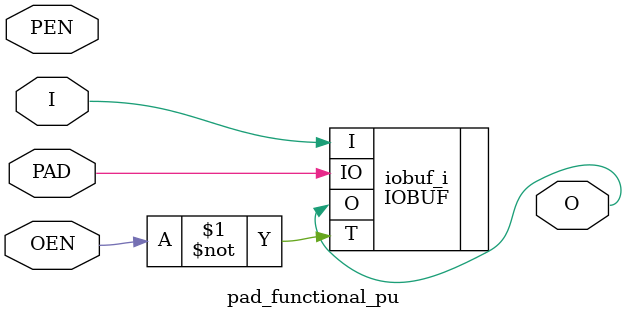
<source format=sv>


module pad_functional_pd
(
   input  logic             OEN,
   input  logic             I,
   output logic             O,
   input  logic             PEN,
   inout  logic             PAD
);

  (* PULLDOWN = "YES" *)
  IOBUF iobuf_i (
    .T ( ~OEN ),
    .I ( I    ),
    .O ( O    ),
    .IO( PAD  )
  );

endmodule

module pad_functional_pu
(
   input  logic             OEN,
   input  logic             I,
   output logic             O,
   input  logic             PEN,
   inout  logic             PAD
);

  (* PULLUP = "YES" *)
  IOBUF iobuf_i (
    .T ( ~OEN ),
    .I ( I    ),
    .O ( O    ),
    .IO( PAD  )
  );

endmodule

</source>
